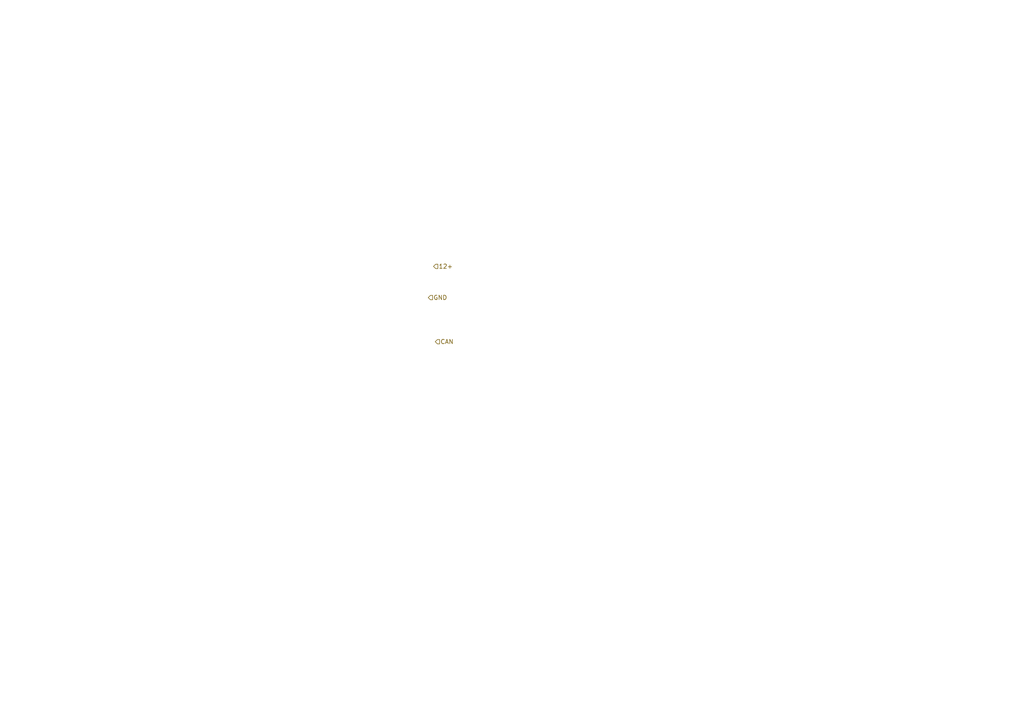
<source format=kicad_sch>
(kicad_sch (version 20211123) (generator eeschema)
  (paper "A4")
  (lib_symbols)
  (hierarchical_label "GND" (shape input) (at 124.206 86.3092 0))
  (hierarchical_label "CAN" (shape input) (at 126.238 99.1108 0))
  (hierarchical_label "12+" (shape input) (at 125.73 77.2668 0))
)
</source>
